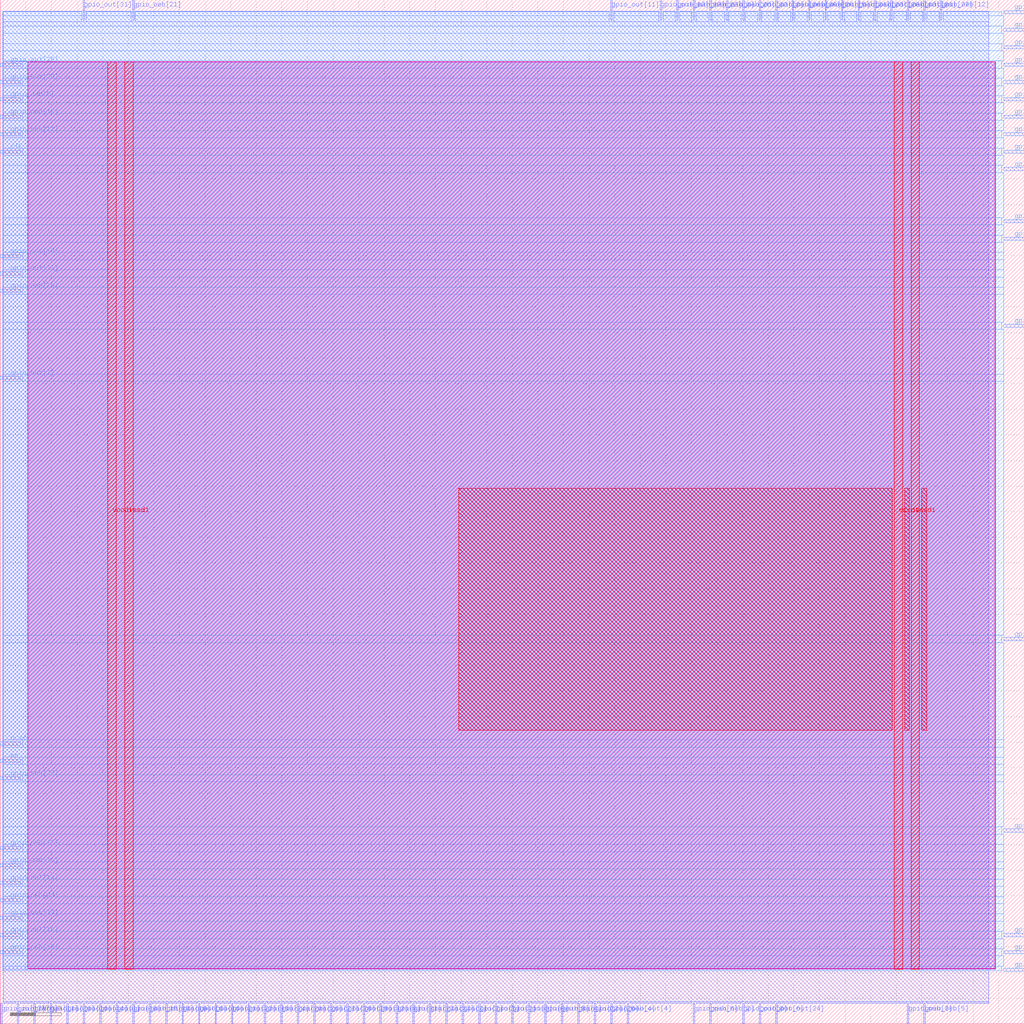
<source format=lef>
VERSION 5.7 ;
  NOWIREEXTENSIONATPIN ON ;
  DIVIDERCHAR "/" ;
  BUSBITCHARS "[]" ;
MACRO team_02
  CLASS BLOCK ;
  FOREIGN team_02 ;
  ORIGIN 0.000 0.000 ;
  SIZE 200.000 BY 200.000 ;
  PIN clk
    DIRECTION INPUT ;
    USE SIGNAL ;
    ANTENNAGATEAREA 1.286700 ;
    ANTENNADIFFAREA 0.434700 ;
    PORT
      LAYER met3 ;
        RECT 0.000 170.040 4.000 170.640 ;
    END
  END clk
  PIN en
    DIRECTION INPUT ;
    USE SIGNAL ;
    ANTENNAGATEAREA 0.631200 ;
    ANTENNADIFFAREA 0.434700 ;
    PORT
      LAYER met3 ;
        RECT 0.000 51.040 4.000 51.640 ;
    END
  END en
  PIN gpio_in[0]
    DIRECTION INPUT ;
    USE SIGNAL ;
    PORT
      LAYER met2 ;
        RECT 3.310 0.000 3.590 4.000 ;
    END
  END gpio_in[0]
  PIN gpio_in[10]
    DIRECTION INPUT ;
    USE SIGNAL ;
    PORT
      LAYER met2 ;
        RECT 12.970 0.000 13.250 4.000 ;
    END
  END gpio_in[10]
  PIN gpio_in[11]
    DIRECTION INPUT ;
    USE SIGNAL ;
    PORT
      LAYER met2 ;
        RECT 6.530 0.000 6.810 4.000 ;
    END
  END gpio_in[11]
  PIN gpio_in[12]
    DIRECTION INPUT ;
    USE SIGNAL ;
    PORT
      LAYER met2 ;
        RECT 70.930 0.000 71.210 4.000 ;
    END
  END gpio_in[12]
  PIN gpio_in[13]
    DIRECTION INPUT ;
    USE SIGNAL ;
    PORT
      LAYER met2 ;
        RECT 22.630 0.000 22.910 4.000 ;
    END
  END gpio_in[13]
  PIN gpio_in[14]
    DIRECTION INPUT ;
    USE SIGNAL ;
    PORT
      LAYER met2 ;
        RECT 16.190 0.000 16.470 4.000 ;
    END
  END gpio_in[14]
  PIN gpio_in[15]
    DIRECTION INPUT ;
    USE SIGNAL ;
    PORT
      LAYER met2 ;
        RECT 48.390 0.000 48.670 4.000 ;
    END
  END gpio_in[15]
  PIN gpio_in[16]
    DIRECTION INPUT ;
    USE SIGNAL ;
    PORT
      LAYER met2 ;
        RECT 38.730 0.000 39.010 4.000 ;
    END
  END gpio_in[16]
  PIN gpio_in[17]
    DIRECTION INPUT ;
    USE SIGNAL ;
    PORT
      LAYER met2 ;
        RECT 0.090 0.000 0.370 4.000 ;
    END
  END gpio_in[17]
  PIN gpio_in[18]
    DIRECTION INPUT ;
    USE SIGNAL ;
    PORT
      LAYER met2 ;
        RECT 29.070 0.000 29.350 4.000 ;
    END
  END gpio_in[18]
  PIN gpio_in[19]
    DIRECTION INPUT ;
    USE SIGNAL ;
    PORT
      LAYER met2 ;
        RECT 32.290 0.000 32.570 4.000 ;
    END
  END gpio_in[19]
  PIN gpio_in[1]
    DIRECTION INPUT ;
    USE SIGNAL ;
    PORT
      LAYER met2 ;
        RECT 19.410 0.000 19.690 4.000 ;
    END
  END gpio_in[1]
  PIN gpio_in[20]
    DIRECTION INPUT ;
    USE SIGNAL ;
    PORT
      LAYER met2 ;
        RECT 54.830 0.000 55.110 4.000 ;
    END
  END gpio_in[20]
  PIN gpio_in[21]
    DIRECTION INPUT ;
    USE SIGNAL ;
    PORT
      LAYER met2 ;
        RECT 41.950 0.000 42.230 4.000 ;
    END
  END gpio_in[21]
  PIN gpio_in[22]
    DIRECTION INPUT ;
    USE SIGNAL ;
    PORT
      LAYER met2 ;
        RECT 45.170 0.000 45.450 4.000 ;
    END
  END gpio_in[22]
  PIN gpio_in[23]
    DIRECTION INPUT ;
    USE SIGNAL ;
    PORT
      LAYER met2 ;
        RECT 80.590 0.000 80.870 4.000 ;
    END
  END gpio_in[23]
  PIN gpio_in[24]
    DIRECTION INPUT ;
    USE SIGNAL ;
    PORT
      LAYER met2 ;
        RECT 51.610 0.000 51.890 4.000 ;
    END
  END gpio_in[24]
  PIN gpio_in[25]
    DIRECTION INPUT ;
    USE SIGNAL ;
    PORT
      LAYER met2 ;
        RECT 116.010 0.000 116.290 4.000 ;
    END
  END gpio_in[25]
  PIN gpio_in[26]
    DIRECTION INPUT ;
    USE SIGNAL ;
    PORT
      LAYER met2 ;
        RECT 58.050 0.000 58.330 4.000 ;
    END
  END gpio_in[26]
  PIN gpio_in[27]
    DIRECTION INPUT ;
    USE SIGNAL ;
    PORT
      LAYER met2 ;
        RECT 61.270 0.000 61.550 4.000 ;
    END
  END gpio_in[27]
  PIN gpio_in[28]
    DIRECTION INPUT ;
    USE SIGNAL ;
    PORT
      LAYER met2 ;
        RECT 64.490 0.000 64.770 4.000 ;
    END
  END gpio_in[28]
  PIN gpio_in[29]
    DIRECTION INPUT ;
    USE SIGNAL ;
    PORT
      LAYER met2 ;
        RECT 67.710 0.000 67.990 4.000 ;
    END
  END gpio_in[29]
  PIN gpio_in[2]
    DIRECTION INPUT ;
    USE SIGNAL ;
    PORT
      LAYER met2 ;
        RECT 90.250 0.000 90.530 4.000 ;
    END
  END gpio_in[2]
  PIN gpio_in[30]
    DIRECTION INPUT ;
    USE SIGNAL ;
    PORT
      LAYER met2 ;
        RECT 9.750 0.000 10.030 4.000 ;
    END
  END gpio_in[30]
  PIN gpio_in[31]
    DIRECTION INPUT ;
    USE SIGNAL ;
    PORT
      LAYER met2 ;
        RECT 77.370 0.000 77.650 4.000 ;
    END
  END gpio_in[31]
  PIN gpio_in[32]
    DIRECTION INPUT ;
    USE SIGNAL ;
    PORT
      LAYER met2 ;
        RECT 112.790 0.000 113.070 4.000 ;
    END
  END gpio_in[32]
  PIN gpio_in[33]
    DIRECTION INPUT ;
    USE SIGNAL ;
    PORT
      LAYER met2 ;
        RECT 83.810 0.000 84.090 4.000 ;
    END
  END gpio_in[33]
  PIN gpio_in[3]
    DIRECTION INPUT ;
    USE SIGNAL ;
    PORT
      LAYER met2 ;
        RECT 87.030 0.000 87.310 4.000 ;
    END
  END gpio_in[3]
  PIN gpio_in[4]
    DIRECTION INPUT ;
    USE SIGNAL ;
    PORT
      LAYER met2 ;
        RECT 109.570 0.000 109.850 4.000 ;
    END
  END gpio_in[4]
  PIN gpio_in[5]
    DIRECTION INPUT ;
    USE SIGNAL ;
    PORT
      LAYER met2 ;
        RECT 93.470 0.000 93.750 4.000 ;
    END
  END gpio_in[5]
  PIN gpio_in[6]
    DIRECTION INPUT ;
    USE SIGNAL ;
    ANTENNAGATEAREA 0.631200 ;
    ANTENNADIFFAREA 0.434700 ;
    PORT
      LAYER met2 ;
        RECT 74.150 0.000 74.430 4.000 ;
    END
  END gpio_in[6]
  PIN gpio_in[7]
    DIRECTION INPUT ;
    USE SIGNAL ;
    PORT
      LAYER met2 ;
        RECT 96.690 0.000 96.970 4.000 ;
    END
  END gpio_in[7]
  PIN gpio_in[8]
    DIRECTION INPUT ;
    USE SIGNAL ;
    PORT
      LAYER met2 ;
        RECT 99.910 0.000 100.190 4.000 ;
    END
  END gpio_in[8]
  PIN gpio_in[9]
    DIRECTION INPUT ;
    USE SIGNAL ;
    PORT
      LAYER met2 ;
        RECT 103.130 0.000 103.410 4.000 ;
    END
  END gpio_in[9]
  PIN gpio_oeb[0]
    DIRECTION OUTPUT ;
    USE SIGNAL ;
    PORT
      LAYER met3 ;
        RECT 196.000 74.840 200.000 75.440 ;
    END
  END gpio_oeb[0]
  PIN gpio_oeb[10]
    DIRECTION OUTPUT ;
    USE SIGNAL ;
    PORT
      LAYER met3 ;
        RECT 196.000 156.440 200.000 157.040 ;
    END
  END gpio_oeb[10]
  PIN gpio_oeb[11]
    DIRECTION OUTPUT ;
    USE SIGNAL ;
    PORT
      LAYER met3 ;
        RECT 0.000 173.440 4.000 174.040 ;
    END
  END gpio_oeb[11]
  PIN gpio_oeb[12]
    DIRECTION OUTPUT ;
    USE SIGNAL ;
    PORT
      LAYER met2 ;
        RECT 183.630 196.000 183.910 200.000 ;
    END
  END gpio_oeb[12]
  PIN gpio_oeb[13]
    DIRECTION OUTPUT ;
    USE SIGNAL ;
    PORT
      LAYER met2 ;
        RECT 173.970 196.000 174.250 200.000 ;
    END
  END gpio_oeb[13]
  PIN gpio_oeb[14]
    DIRECTION OUTPUT ;
    USE SIGNAL ;
    PORT
      LAYER met3 ;
        RECT 0.000 13.640 4.000 14.240 ;
    END
  END gpio_oeb[14]
  PIN gpio_oeb[15]
    DIRECTION OUTPUT ;
    USE SIGNAL ;
    PORT
      LAYER met3 ;
        RECT 0.000 34.040 4.000 34.640 ;
    END
  END gpio_oeb[15]
  PIN gpio_oeb[16]
    DIRECTION OUTPUT ;
    USE SIGNAL ;
    PORT
      LAYER met3 ;
        RECT 0.000 30.640 4.000 31.240 ;
    END
  END gpio_oeb[16]
  PIN gpio_oeb[17]
    DIRECTION OUTPUT ;
    USE SIGNAL ;
    PORT
      LAYER met3 ;
        RECT 196.000 180.240 200.000 180.840 ;
    END
  END gpio_oeb[17]
  PIN gpio_oeb[18]
    DIRECTION OUTPUT ;
    USE SIGNAL ;
    PORT
      LAYER met3 ;
        RECT 0.000 176.840 4.000 177.440 ;
    END
  END gpio_oeb[18]
  PIN gpio_oeb[19]
    DIRECTION OUTPUT ;
    USE SIGNAL ;
    PORT
      LAYER met3 ;
        RECT 0.000 20.440 4.000 21.040 ;
    END
  END gpio_oeb[19]
  PIN gpio_oeb[1]
    DIRECTION OUTPUT ;
    USE SIGNAL ;
    PORT
      LAYER met3 ;
        RECT 196.000 183.640 200.000 184.240 ;
    END
  END gpio_oeb[1]
  PIN gpio_oeb[20]
    DIRECTION OUTPUT ;
    USE SIGNAL ;
    PORT
      LAYER met2 ;
        RECT 157.870 196.000 158.150 200.000 ;
    END
  END gpio_oeb[20]
  PIN gpio_oeb[21]
    DIRECTION OUTPUT ;
    USE SIGNAL ;
    PORT
      LAYER met2 ;
        RECT 25.850 196.000 26.130 200.000 ;
    END
  END gpio_oeb[21]
  PIN gpio_oeb[22]
    DIRECTION OUTPUT ;
    USE SIGNAL ;
    PORT
      LAYER met2 ;
        RECT 135.330 196.000 135.610 200.000 ;
    END
  END gpio_oeb[22]
  PIN gpio_oeb[23]
    DIRECTION OUTPUT ;
    USE SIGNAL ;
    PORT
      LAYER met2 ;
        RECT 167.530 196.000 167.810 200.000 ;
    END
  END gpio_oeb[23]
  PIN gpio_oeb[24]
    DIRECTION OUTPUT ;
    USE SIGNAL ;
    PORT
      LAYER met3 ;
        RECT 196.000 10.240 200.000 10.840 ;
    END
  END gpio_oeb[24]
  PIN gpio_oeb[25]
    DIRECTION OUTPUT ;
    USE SIGNAL ;
    PORT
      LAYER met2 ;
        RECT 141.770 196.000 142.050 200.000 ;
    END
  END gpio_oeb[25]
  PIN gpio_oeb[26]
    DIRECTION OUTPUT ;
    USE SIGNAL ;
    PORT
      LAYER met2 ;
        RECT 151.430 196.000 151.710 200.000 ;
    END
  END gpio_oeb[26]
  PIN gpio_oeb[27]
    DIRECTION OUTPUT ;
    USE SIGNAL ;
    PORT
      LAYER met3 ;
        RECT 196.000 173.440 200.000 174.040 ;
    END
  END gpio_oeb[27]
  PIN gpio_oeb[28]
    DIRECTION OUTPUT ;
    USE SIGNAL ;
    PORT
      LAYER met3 ;
        RECT 0.000 23.840 4.000 24.440 ;
    END
  END gpio_oeb[28]
  PIN gpio_oeb[29]
    DIRECTION OUTPUT ;
    USE SIGNAL ;
    PORT
      LAYER met3 ;
        RECT 0.000 142.840 4.000 143.440 ;
    END
  END gpio_oeb[29]
  PIN gpio_oeb[2]
    DIRECTION OUTPUT ;
    USE SIGNAL ;
    PORT
      LAYER met2 ;
        RECT 138.550 0.000 138.830 4.000 ;
    END
  END gpio_oeb[2]
  PIN gpio_oeb[30]
    DIRECTION OUTPUT ;
    USE SIGNAL ;
    PORT
      LAYER met2 ;
        RECT 154.650 196.000 154.930 200.000 ;
    END
  END gpio_oeb[30]
  PIN gpio_oeb[31]
    DIRECTION OUTPUT ;
    USE SIGNAL ;
    PORT
      LAYER met2 ;
        RECT 164.310 196.000 164.590 200.000 ;
    END
  END gpio_oeb[31]
  PIN gpio_oeb[32]
    DIRECTION OUTPUT ;
    USE SIGNAL ;
    PORT
      LAYER met3 ;
        RECT 0.000 47.640 4.000 48.240 ;
    END
  END gpio_oeb[32]
  PIN gpio_oeb[33]
    DIRECTION OUTPUT ;
    USE SIGNAL ;
    PORT
      LAYER met3 ;
        RECT 196.000 13.640 200.000 14.240 ;
    END
  END gpio_oeb[33]
  PIN gpio_oeb[3]
    DIRECTION OUTPUT ;
    USE SIGNAL ;
    PORT
      LAYER met2 ;
        RECT 138.550 196.000 138.830 200.000 ;
    END
  END gpio_oeb[3]
  PIN gpio_oeb[4]
    DIRECTION OUTPUT ;
    USE SIGNAL ;
    PORT
      LAYER met2 ;
        RECT 119.230 0.000 119.510 4.000 ;
    END
  END gpio_oeb[4]
  PIN gpio_oeb[5]
    DIRECTION OUTPUT ;
    USE SIGNAL ;
    PORT
      LAYER met2 ;
        RECT 180.410 0.000 180.690 4.000 ;
    END
  END gpio_oeb[5]
  PIN gpio_oeb[6]
    DIRECTION OUTPUT ;
    USE SIGNAL ;
    PORT
      LAYER met2 ;
        RECT 135.330 0.000 135.610 4.000 ;
    END
  END gpio_oeb[6]
  PIN gpio_oeb[7]
    DIRECTION OUTPUT ;
    USE SIGNAL ;
    PORT
      LAYER met2 ;
        RECT 177.190 0.000 177.470 4.000 ;
    END
  END gpio_oeb[7]
  PIN gpio_oeb[8]
    DIRECTION OUTPUT ;
    USE SIGNAL ;
    PORT
      LAYER met3 ;
        RECT 0.000 180.240 4.000 180.840 ;
    END
  END gpio_oeb[8]
  PIN gpio_oeb[9]
    DIRECTION OUTPUT ;
    USE SIGNAL ;
    PORT
      LAYER met3 ;
        RECT 196.000 197.240 200.000 197.840 ;
    END
  END gpio_oeb[9]
  PIN gpio_out[0]
    DIRECTION OUTPUT ;
    USE SIGNAL ;
    PORT
      LAYER met2 ;
        RECT 148.210 0.000 148.490 4.000 ;
    END
  END gpio_out[0]
  PIN gpio_out[10]
    DIRECTION OUTPUT ;
    USE SIGNAL ;
    ANTENNADIFFAREA 0.445500 ;
    PORT
      LAYER met3 ;
        RECT 196.000 136.040 200.000 136.640 ;
    END
  END gpio_out[10]
  PIN gpio_out[11]
    DIRECTION OUTPUT ;
    USE SIGNAL ;
    ANTENNADIFFAREA 0.445500 ;
    PORT
      LAYER met2 ;
        RECT 119.230 196.000 119.510 200.000 ;
    END
  END gpio_out[11]
  PIN gpio_out[12]
    DIRECTION OUTPUT ;
    USE SIGNAL ;
    ANTENNADIFFAREA 0.445500 ;
    PORT
      LAYER met2 ;
        RECT 128.890 196.000 129.170 200.000 ;
    END
  END gpio_out[12]
  PIN gpio_out[13]
    DIRECTION OUTPUT ;
    USE SIGNAL ;
    ANTENNADIFFAREA 0.445500 ;
    PORT
      LAYER met2 ;
        RECT 132.110 196.000 132.390 200.000 ;
    END
  END gpio_out[13]
  PIN gpio_out[14]
    DIRECTION OUTPUT ;
    USE SIGNAL ;
    PORT
      LAYER met3 ;
        RECT 0.000 27.240 4.000 27.840 ;
    END
  END gpio_out[14]
  PIN gpio_out[15]
    DIRECTION OUTPUT ;
    USE SIGNAL ;
    PORT
      LAYER met2 ;
        RECT 25.850 0.000 26.130 4.000 ;
    END
  END gpio_out[15]
  PIN gpio_out[16]
    DIRECTION OUTPUT ;
    USE SIGNAL ;
    PORT
      LAYER met3 ;
        RECT 196.000 176.840 200.000 177.440 ;
    END
  END gpio_out[16]
  PIN gpio_out[17]
    DIRECTION OUTPUT ;
    USE SIGNAL ;
    PORT
      LAYER met3 ;
        RECT 196.000 170.040 200.000 170.640 ;
    END
  END gpio_out[17]
  PIN gpio_out[18]
    DIRECTION OUTPUT ;
    USE SIGNAL ;
    PORT
      LAYER met3 ;
        RECT 0.000 17.040 4.000 17.640 ;
    END
  END gpio_out[18]
  PIN gpio_out[19]
    DIRECTION OUTPUT ;
    USE SIGNAL ;
    PORT
      LAYER met3 ;
        RECT 0.000 149.640 4.000 150.240 ;
    END
  END gpio_out[19]
  PIN gpio_out[1]
    DIRECTION OUTPUT ;
    USE SIGNAL ;
    PORT
      LAYER met3 ;
        RECT 196.000 190.440 200.000 191.040 ;
    END
  END gpio_out[1]
  PIN gpio_out[20]
    DIRECTION OUTPUT ;
    USE SIGNAL ;
    PORT
      LAYER met3 ;
        RECT 0.000 187.040 4.000 187.640 ;
    END
  END gpio_out[20]
  PIN gpio_out[21]
    DIRECTION OUTPUT ;
    USE SIGNAL ;
    PORT
      LAYER met2 ;
        RECT 177.190 196.000 177.470 200.000 ;
    END
  END gpio_out[21]
  PIN gpio_out[22]
    DIRECTION OUTPUT ;
    USE SIGNAL ;
    PORT
      LAYER met3 ;
        RECT 196.000 166.640 200.000 167.240 ;
    END
  END gpio_out[22]
  PIN gpio_out[23]
    DIRECTION OUTPUT ;
    USE SIGNAL ;
    PORT
      LAYER met3 ;
        RECT 0.000 146.240 4.000 146.840 ;
    END
  END gpio_out[23]
  PIN gpio_out[24]
    DIRECTION OUTPUT ;
    USE SIGNAL ;
    PORT
      LAYER met2 ;
        RECT 151.430 0.000 151.710 4.000 ;
    END
  END gpio_out[24]
  PIN gpio_out[25]
    DIRECTION OUTPUT ;
    USE SIGNAL ;
    PORT
      LAYER met3 ;
        RECT 196.000 153.040 200.000 153.640 ;
    END
  END gpio_out[25]
  PIN gpio_out[26]
    DIRECTION OUTPUT ;
    USE SIGNAL ;
    PORT
      LAYER met3 ;
        RECT 196.000 187.040 200.000 187.640 ;
    END
  END gpio_out[26]
  PIN gpio_out[27]
    DIRECTION OUTPUT ;
    USE SIGNAL ;
    PORT
      LAYER met2 ;
        RECT 180.410 196.000 180.690 200.000 ;
    END
  END gpio_out[27]
  PIN gpio_out[28]
    DIRECTION OUTPUT ;
    USE SIGNAL ;
    PORT
      LAYER met2 ;
        RECT 170.750 196.000 171.030 200.000 ;
    END
  END gpio_out[28]
  PIN gpio_out[29]
    DIRECTION OUTPUT ;
    USE SIGNAL ;
    PORT
      LAYER met3 ;
        RECT 0.000 183.640 4.000 184.240 ;
    END
  END gpio_out[29]
  PIN gpio_out[2]
    DIRECTION OUTPUT ;
    USE SIGNAL ;
    PORT
      LAYER met2 ;
        RECT 148.210 196.000 148.490 200.000 ;
    END
  END gpio_out[2]
  PIN gpio_out[30]
    DIRECTION OUTPUT ;
    USE SIGNAL ;
    PORT
      LAYER met3 ;
        RECT 196.000 17.040 200.000 17.640 ;
    END
  END gpio_out[30]
  PIN gpio_out[31]
    DIRECTION OUTPUT ;
    USE SIGNAL ;
    PORT
      LAYER met2 ;
        RECT 16.190 196.000 16.470 200.000 ;
    END
  END gpio_out[31]
  PIN gpio_out[32]
    DIRECTION OUTPUT ;
    USE SIGNAL ;
    PORT
      LAYER met2 ;
        RECT 144.990 196.000 145.270 200.000 ;
    END
  END gpio_out[32]
  PIN gpio_out[33]
    DIRECTION OUTPUT ;
    USE SIGNAL ;
    PORT
      LAYER met3 ;
        RECT 196.000 193.840 200.000 194.440 ;
    END
  END gpio_out[33]
  PIN gpio_out[3]
    DIRECTION OUTPUT ;
    USE SIGNAL ;
    PORT
      LAYER met2 ;
        RECT 144.990 0.000 145.270 4.000 ;
    END
  END gpio_out[3]
  PIN gpio_out[4]
    DIRECTION OUTPUT ;
    USE SIGNAL ;
    PORT
      LAYER met2 ;
        RECT 122.450 0.000 122.730 4.000 ;
    END
  END gpio_out[4]
  PIN gpio_out[5]
    DIRECTION OUTPUT ;
    USE SIGNAL ;
    PORT
      LAYER met2 ;
        RECT 161.090 196.000 161.370 200.000 ;
    END
  END gpio_out[5]
  PIN gpio_out[6]
    DIRECTION OUTPUT ;
    USE SIGNAL ;
    PORT
      LAYER met2 ;
        RECT 35.510 0.000 35.790 4.000 ;
    END
  END gpio_out[6]
  PIN gpio_out[7]
    DIRECTION OUTPUT ;
    USE SIGNAL ;
    ANTENNADIFFAREA 0.445500 ;
    PORT
      LAYER met3 ;
        RECT 0.000 125.840 4.000 126.440 ;
    END
  END gpio_out[7]
  PIN gpio_out[8]
    DIRECTION OUTPUT ;
    USE SIGNAL ;
    ANTENNADIFFAREA 0.445500 ;
    PORT
      LAYER met2 ;
        RECT 106.350 0.000 106.630 4.000 ;
    END
  END gpio_out[8]
  PIN gpio_out[9]
    DIRECTION OUTPUT ;
    USE SIGNAL ;
    ANTENNADIFFAREA 0.445500 ;
    PORT
      LAYER met3 ;
        RECT 196.000 37.440 200.000 38.040 ;
    END
  END gpio_out[9]
  PIN nrst
    DIRECTION INPUT ;
    USE SIGNAL ;
    ANTENNAGATEAREA 0.631200 ;
    ANTENNADIFFAREA 0.434700 ;
    PORT
      LAYER met3 ;
        RECT 0.000 54.440 4.000 55.040 ;
    END
  END nrst
  PIN vccd1
    DIRECTION INOUT ;
    USE POWER ;
    PORT
      LAYER met4 ;
        RECT 21.040 10.640 22.640 187.920 ;
    END
    PORT
      LAYER met4 ;
        RECT 174.640 10.640 176.240 187.920 ;
    END
  END vccd1
  PIN vssd1
    DIRECTION INOUT ;
    USE GROUND ;
    PORT
      LAYER met4 ;
        RECT 24.340 10.640 25.940 187.920 ;
    END
    PORT
      LAYER met4 ;
        RECT 177.940 10.640 179.540 187.920 ;
    END
  END vssd1
  OBS
      LAYER nwell ;
        RECT 5.330 10.760 194.310 187.870 ;
      LAYER li1 ;
        RECT 5.520 10.795 194.120 187.765 ;
      LAYER met1 ;
        RECT 0.530 10.640 194.420 187.920 ;
      LAYER met2 ;
        RECT 0.550 195.720 15.910 197.725 ;
        RECT 16.750 195.720 25.570 197.725 ;
        RECT 26.410 195.720 118.950 197.725 ;
        RECT 119.790 195.720 128.610 197.725 ;
        RECT 129.450 195.720 131.830 197.725 ;
        RECT 132.670 195.720 135.050 197.725 ;
        RECT 135.890 195.720 138.270 197.725 ;
        RECT 139.110 195.720 141.490 197.725 ;
        RECT 142.330 195.720 144.710 197.725 ;
        RECT 145.550 195.720 147.930 197.725 ;
        RECT 148.770 195.720 151.150 197.725 ;
        RECT 151.990 195.720 154.370 197.725 ;
        RECT 155.210 195.720 157.590 197.725 ;
        RECT 158.430 195.720 160.810 197.725 ;
        RECT 161.650 195.720 164.030 197.725 ;
        RECT 164.870 195.720 167.250 197.725 ;
        RECT 168.090 195.720 170.470 197.725 ;
        RECT 171.310 195.720 173.690 197.725 ;
        RECT 174.530 195.720 176.910 197.725 ;
        RECT 177.750 195.720 180.130 197.725 ;
        RECT 180.970 195.720 183.350 197.725 ;
        RECT 184.190 195.720 193.110 197.725 ;
        RECT 0.550 4.280 193.110 195.720 ;
        RECT 0.650 4.000 3.030 4.280 ;
        RECT 3.870 4.000 6.250 4.280 ;
        RECT 7.090 4.000 9.470 4.280 ;
        RECT 10.310 4.000 12.690 4.280 ;
        RECT 13.530 4.000 15.910 4.280 ;
        RECT 16.750 4.000 19.130 4.280 ;
        RECT 19.970 4.000 22.350 4.280 ;
        RECT 23.190 4.000 25.570 4.280 ;
        RECT 26.410 4.000 28.790 4.280 ;
        RECT 29.630 4.000 32.010 4.280 ;
        RECT 32.850 4.000 35.230 4.280 ;
        RECT 36.070 4.000 38.450 4.280 ;
        RECT 39.290 4.000 41.670 4.280 ;
        RECT 42.510 4.000 44.890 4.280 ;
        RECT 45.730 4.000 48.110 4.280 ;
        RECT 48.950 4.000 51.330 4.280 ;
        RECT 52.170 4.000 54.550 4.280 ;
        RECT 55.390 4.000 57.770 4.280 ;
        RECT 58.610 4.000 60.990 4.280 ;
        RECT 61.830 4.000 64.210 4.280 ;
        RECT 65.050 4.000 67.430 4.280 ;
        RECT 68.270 4.000 70.650 4.280 ;
        RECT 71.490 4.000 73.870 4.280 ;
        RECT 74.710 4.000 77.090 4.280 ;
        RECT 77.930 4.000 80.310 4.280 ;
        RECT 81.150 4.000 83.530 4.280 ;
        RECT 84.370 4.000 86.750 4.280 ;
        RECT 87.590 4.000 89.970 4.280 ;
        RECT 90.810 4.000 93.190 4.280 ;
        RECT 94.030 4.000 96.410 4.280 ;
        RECT 97.250 4.000 99.630 4.280 ;
        RECT 100.470 4.000 102.850 4.280 ;
        RECT 103.690 4.000 106.070 4.280 ;
        RECT 106.910 4.000 109.290 4.280 ;
        RECT 110.130 4.000 112.510 4.280 ;
        RECT 113.350 4.000 115.730 4.280 ;
        RECT 116.570 4.000 118.950 4.280 ;
        RECT 119.790 4.000 122.170 4.280 ;
        RECT 123.010 4.000 135.050 4.280 ;
        RECT 135.890 4.000 138.270 4.280 ;
        RECT 139.110 4.000 144.710 4.280 ;
        RECT 145.550 4.000 147.930 4.280 ;
        RECT 148.770 4.000 151.150 4.280 ;
        RECT 151.990 4.000 176.910 4.280 ;
        RECT 177.750 4.000 180.130 4.280 ;
        RECT 180.970 4.000 193.110 4.280 ;
      LAYER met3 ;
        RECT 0.525 196.840 195.600 197.705 ;
        RECT 0.525 194.840 196.000 196.840 ;
        RECT 0.525 193.440 195.600 194.840 ;
        RECT 0.525 191.440 196.000 193.440 ;
        RECT 0.525 190.040 195.600 191.440 ;
        RECT 0.525 188.040 196.000 190.040 ;
        RECT 4.400 186.640 195.600 188.040 ;
        RECT 0.525 184.640 196.000 186.640 ;
        RECT 4.400 183.240 195.600 184.640 ;
        RECT 0.525 181.240 196.000 183.240 ;
        RECT 4.400 179.840 195.600 181.240 ;
        RECT 0.525 177.840 196.000 179.840 ;
        RECT 4.400 176.440 195.600 177.840 ;
        RECT 0.525 174.440 196.000 176.440 ;
        RECT 4.400 173.040 195.600 174.440 ;
        RECT 0.525 171.040 196.000 173.040 ;
        RECT 4.400 169.640 195.600 171.040 ;
        RECT 0.525 167.640 196.000 169.640 ;
        RECT 0.525 166.240 195.600 167.640 ;
        RECT 0.525 157.440 196.000 166.240 ;
        RECT 0.525 156.040 195.600 157.440 ;
        RECT 0.525 154.040 196.000 156.040 ;
        RECT 0.525 152.640 195.600 154.040 ;
        RECT 0.525 150.640 196.000 152.640 ;
        RECT 4.400 149.240 196.000 150.640 ;
        RECT 0.525 147.240 196.000 149.240 ;
        RECT 4.400 145.840 196.000 147.240 ;
        RECT 0.525 143.840 196.000 145.840 ;
        RECT 4.400 142.440 196.000 143.840 ;
        RECT 0.525 137.040 196.000 142.440 ;
        RECT 0.525 135.640 195.600 137.040 ;
        RECT 0.525 126.840 196.000 135.640 ;
        RECT 4.400 125.440 196.000 126.840 ;
        RECT 0.525 75.840 196.000 125.440 ;
        RECT 0.525 74.440 195.600 75.840 ;
        RECT 0.525 55.440 196.000 74.440 ;
        RECT 4.400 54.040 196.000 55.440 ;
        RECT 0.525 52.040 196.000 54.040 ;
        RECT 4.400 50.640 196.000 52.040 ;
        RECT 0.525 48.640 196.000 50.640 ;
        RECT 4.400 47.240 196.000 48.640 ;
        RECT 0.525 38.440 196.000 47.240 ;
        RECT 0.525 37.040 195.600 38.440 ;
        RECT 0.525 35.040 196.000 37.040 ;
        RECT 4.400 33.640 196.000 35.040 ;
        RECT 0.525 31.640 196.000 33.640 ;
        RECT 4.400 30.240 196.000 31.640 ;
        RECT 0.525 28.240 196.000 30.240 ;
        RECT 4.400 26.840 196.000 28.240 ;
        RECT 0.525 24.840 196.000 26.840 ;
        RECT 4.400 23.440 196.000 24.840 ;
        RECT 0.525 21.440 196.000 23.440 ;
        RECT 4.400 20.040 196.000 21.440 ;
        RECT 0.525 18.040 196.000 20.040 ;
        RECT 4.400 16.640 195.600 18.040 ;
        RECT 0.525 14.640 196.000 16.640 ;
        RECT 4.400 13.240 195.600 14.640 ;
        RECT 0.525 11.240 196.000 13.240 ;
        RECT 0.525 10.375 195.600 11.240 ;
      LAYER met4 ;
        RECT 89.535 57.295 174.240 104.545 ;
        RECT 176.640 57.295 177.540 104.545 ;
        RECT 179.940 57.295 180.945 104.545 ;
  END
END team_02
END LIBRARY


</source>
